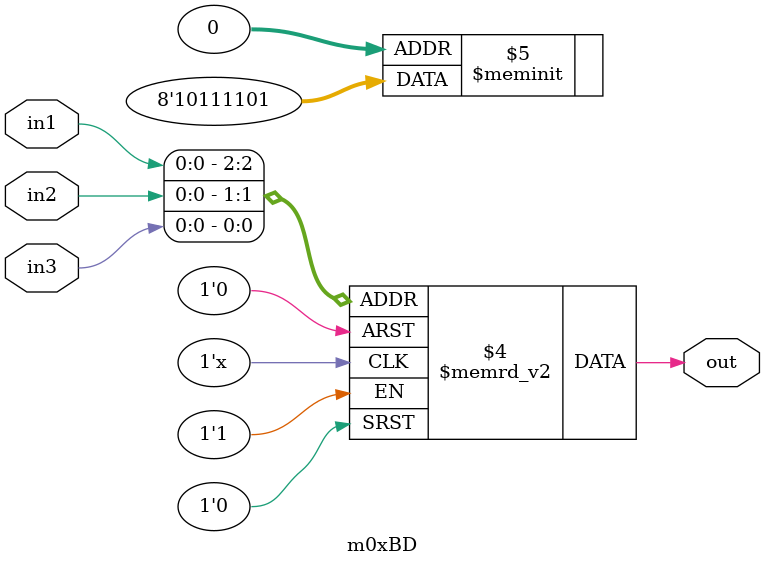
<source format=v>
module m0xBD(output out, input in1, in2, in3);

   always @(in1, in2, in3)
     begin
        case({in1, in2, in3})
          3'b000: {out} = 1'b1;
          3'b001: {out} = 1'b0;
          3'b010: {out} = 1'b1;
          3'b011: {out} = 1'b1;
          3'b100: {out} = 1'b1;
          3'b101: {out} = 1'b1;
          3'b110: {out} = 1'b0;
          3'b111: {out} = 1'b1;
        endcase // case ({in1, in2, in3})
     end // always @ (in1, in2, in3)

endmodule // m0xBD
</source>
